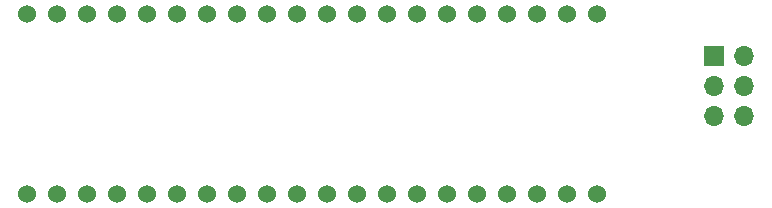
<source format=gts>
G04 #@! TF.FileFunction,Soldermask,Top*
%FSLAX46Y46*%
G04 Gerber Fmt 4.6, Leading zero omitted, Abs format (unit mm)*
G04 Created by KiCad (PCBNEW 4.0.6) date Sun Apr 16 23:54:16 2017*
%MOMM*%
%LPD*%
G01*
G04 APERTURE LIST*
%ADD10C,0.100000*%
%ADD11R,1.700000X1.700000*%
%ADD12O,1.700000X1.700000*%
%ADD13C,1.524000*%
G04 APERTURE END LIST*
D10*
D11*
X226060000Y-113030000D03*
D12*
X228600000Y-113030000D03*
X226060000Y-115570000D03*
X228600000Y-115570000D03*
X226060000Y-118110000D03*
X228600000Y-118110000D03*
D13*
X167915001Y-124735001D03*
X170455001Y-124735001D03*
X172995001Y-124735001D03*
X175535001Y-124735001D03*
X178075001Y-124735001D03*
X180615001Y-124735001D03*
X183155001Y-124735001D03*
X185695001Y-124735001D03*
X188235001Y-124735001D03*
X190775001Y-124735001D03*
X193315001Y-124735001D03*
X195855001Y-124735001D03*
X198395001Y-124735001D03*
X200935001Y-124735001D03*
X203475001Y-124735001D03*
X206015001Y-124735001D03*
X208555001Y-124735001D03*
X211095001Y-124735001D03*
X213635001Y-124735001D03*
X216175001Y-124735001D03*
X216175001Y-109495001D03*
X213635001Y-109495001D03*
X211095001Y-109495001D03*
X208555001Y-109495001D03*
X206015001Y-109495001D03*
X203475001Y-109495001D03*
X200935001Y-109495001D03*
X198395001Y-109495001D03*
X195855001Y-109495001D03*
X193315001Y-109495001D03*
X190775001Y-109495001D03*
X188235001Y-109495001D03*
X185695001Y-109495001D03*
X183155001Y-109495001D03*
X180615001Y-109495001D03*
X178075001Y-109495001D03*
X175535001Y-109495001D03*
X172995001Y-109495001D03*
X170455001Y-109495001D03*
X167915001Y-109495001D03*
M02*

</source>
